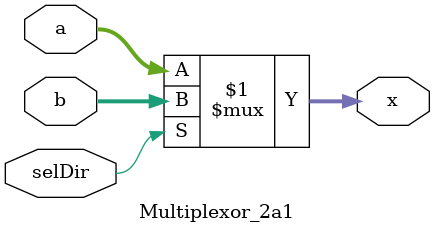
<source format=v>
module Multiplexor_2a1(
	//Port
	//Direction	Type	Size	Name
	input			[9:0]	a,
	input			[9:0]	b,
	input				selDir,

	output			[9:0]	x
); 

//Assigments

assign x = (selDir) ? b : a; 

endmodule

</source>
